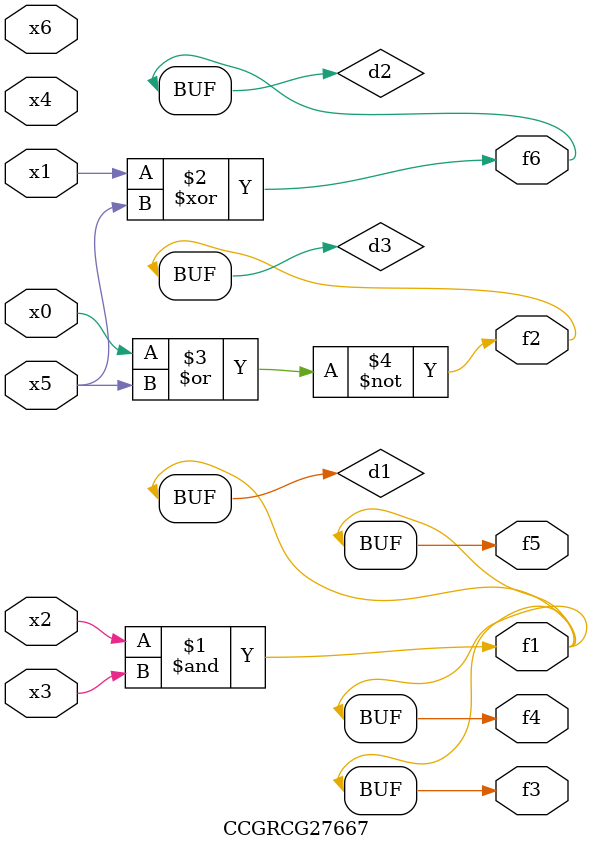
<source format=v>
module CCGRCG27667(
	input x0, x1, x2, x3, x4, x5, x6,
	output f1, f2, f3, f4, f5, f6
);

	wire d1, d2, d3;

	and (d1, x2, x3);
	xor (d2, x1, x5);
	nor (d3, x0, x5);
	assign f1 = d1;
	assign f2 = d3;
	assign f3 = d1;
	assign f4 = d1;
	assign f5 = d1;
	assign f6 = d2;
endmodule

</source>
